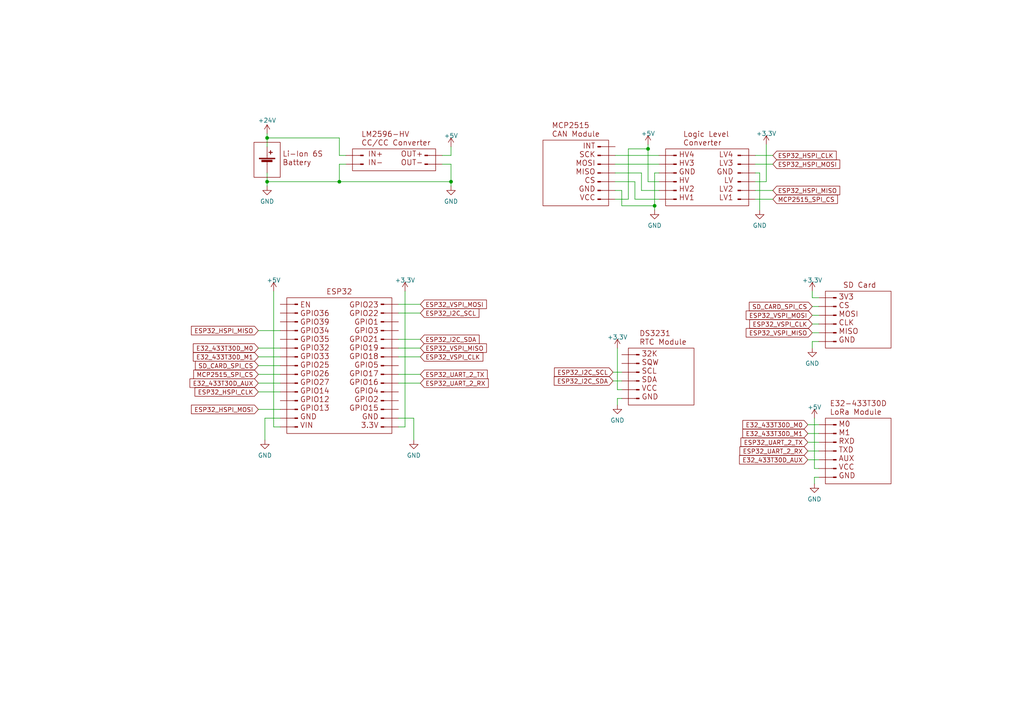
<source format=kicad_sch>
(kicad_sch (version 20230121) (generator eeschema)
  (paper "A4")
  (lib_symbols
    (symbol "Conn_01x02_Pin_1" (pin_numbers hide) (pin_names (offset 1.016) hide)
      (property "Reference" "J" (at 0 2.54 0))
      (property "Value" "Conn_01x02_Pin" (at 0 -5.08 0))
      (symbol "Conn_01x02_Pin_1_1_1"
        (polyline (pts (xy 1.27 -2.54) (xy 0.8636 -2.54)) (stroke (width 0.1524)))
        (polyline (pts (xy 1.27 0) (xy 0.8636 0)) (stroke (width 0.1524)))
        (rectangle (start 0.8636 -2.413) (end 0 -2.667) (stroke (width 0.1524)) (fill (type outline)))
        (rectangle (start 0.8636 0.127) (end 0 -0.127) (stroke (width 0.1524)) (fill (type outline)))
        (pin passive line (at 5.08 0 180) (length 3.81) (name "Pin_1") (number "1"))
        (pin passive line (at 5.08 -2.54 180) (length 3.81) (name "Pin_2") (number "2"))
      )
    )
    (symbol "Connector:Conn_01x02_Pin" (pin_numbers hide) (pin_names (offset 1.016) hide)
      (property "Reference" "J" (at 0 2.54 0))
      (property "Value" "Conn_01x02_Pin" (at 0 -5.08 0))
      (symbol "Conn_01x02_Pin_1_1"
        (polyline (pts (xy 1.27 -2.54) (xy 0.8636 -2.54)) (stroke (width 0.1524)))
        (polyline (pts (xy 1.27 0) (xy 0.8636 0)) (stroke (width 0.1524)))
        (rectangle (start 0.8636 -2.413) (end 0 -2.667) (stroke (width 0.1524)) (fill (type outline)))
        (rectangle (start 0.8636 0.127) (end 0 -0.127) (stroke (width 0.1524)) (fill (type outline)))
        (pin passive line (at 5.08 0 180) (length 3.81) (name "Pin_1") (number "1"))
        (pin passive line (at 5.08 -2.54 180) (length 3.81) (name "Pin_2") (number "2"))
      )
    )
    (symbol "Connector:Conn_01x06_Pin" (pin_numbers hide) (pin_names (offset 1.016) hide)
      (property "Reference" "J" (at 0 7.62 0))
      (property "Value" "Conn_01x06_Pin" (at 0 -10.16 0))
      (symbol "Conn_01x06_Pin_1_1"
        (polyline (pts (xy 1.27 -7.62) (xy 0.8636 -7.62)) (stroke (width 0.1524)))
        (polyline (pts (xy 1.27 -5.08) (xy 0.8636 -5.08)) (stroke (width 0.1524)))
        (polyline (pts (xy 1.27 -2.54) (xy 0.8636 -2.54)) (stroke (width 0.1524)))
        (polyline (pts (xy 1.27 0) (xy 0.8636 0)) (stroke (width 0.1524)))
        (polyline (pts (xy 1.27 2.54) (xy 0.8636 2.54)) (stroke (width 0.1524)))
        (polyline (pts (xy 1.27 5.08) (xy 0.8636 5.08)) (stroke (width 0.1524)))
        (rectangle (start 0.8636 -7.493) (end 0 -7.747) (stroke (width 0.1524)) (fill (type outline)))
        (rectangle (start 0.8636 -4.953) (end 0 -5.207) (stroke (width 0.1524)) (fill (type outline)))
        (rectangle (start 0.8636 -2.413) (end 0 -2.667) (stroke (width 0.1524)) (fill (type outline)))
        (rectangle (start 0.8636 0.127) (end 0 -0.127) (stroke (width 0.1524)) (fill (type outline)))
        (rectangle (start 0.8636 2.667) (end 0 2.413) (stroke (width 0.1524)) (fill (type outline)))
        (rectangle (start 0.8636 5.207) (end 0 4.953) (stroke (width 0.1524)) (fill (type outline)))
        (pin passive line (at 5.08 5.08 180) (length 3.81) (name "Pin_1") (number "1"))
        (pin passive line (at 5.08 2.54 180) (length 3.81) (name "Pin_2") (number "2"))
        (pin passive line (at 5.08 0 180) (length 3.81) (name "Pin_3") (number "3"))
        (pin passive line (at 5.08 -2.54 180) (length 3.81) (name "Pin_4") (number "4"))
        (pin passive line (at 5.08 -5.08 180) (length 3.81) (name "Pin_5") (number "5"))
        (pin passive line (at 5.08 -7.62 180) (length 3.81) (name "Pin_6") (number "6"))
      )
    )
    (symbol "Connector:Conn_01x07_Pin" (pin_numbers hide) (pin_names (offset 1.016) hide)
      (property "Reference" "J" (at 0 10.16 0))
      (property "Value" "Conn_01x07_Pin" (at 0 -10.16 0))
      (symbol "Conn_01x07_Pin_1_1"
        (polyline (pts (xy 1.27 -7.62) (xy 0.8636 -7.62)) (stroke (width 0.1524)))
        (polyline (pts (xy 1.27 -5.08) (xy 0.8636 -5.08)) (stroke (width 0.1524)))
        (polyline (pts (xy 1.27 -2.54) (xy 0.8636 -2.54)) (stroke (width 0.1524)))
        (polyline (pts (xy 1.27 0) (xy 0.8636 0)) (stroke (width 0.1524)))
        (polyline (pts (xy 1.27 2.54) (xy 0.8636 2.54)) (stroke (width 0.1524)))
        (polyline (pts (xy 1.27 5.08) (xy 0.8636 5.08)) (stroke (width 0.1524)))
        (polyline (pts (xy 1.27 7.62) (xy 0.8636 7.62)) (stroke (width 0.1524)))
        (rectangle (start 0.8636 -7.493) (end 0 -7.747) (stroke (width 0.1524)) (fill (type outline)))
        (rectangle (start 0.8636 -4.953) (end 0 -5.207) (stroke (width 0.1524)) (fill (type outline)))
        (rectangle (start 0.8636 -2.413) (end 0 -2.667) (stroke (width 0.1524)) (fill (type outline)))
        (rectangle (start 0.8636 0.127) (end 0 -0.127) (stroke (width 0.1524)) (fill (type outline)))
        (rectangle (start 0.8636 2.667) (end 0 2.413) (stroke (width 0.1524)) (fill (type outline)))
        (rectangle (start 0.8636 5.207) (end 0 4.953) (stroke (width 0.1524)) (fill (type outline)))
        (rectangle (start 0.8636 7.747) (end 0 7.493) (stroke (width 0.1524)) (fill (type outline)))
        (pin passive line (at 5.08 7.62 180) (length 3.81) (name "Pin_1") (number "1"))
        (pin passive line (at 5.08 5.08 180) (length 3.81) (name "Pin_2") (number "2"))
        (pin passive line (at 5.08 2.54 180) (length 3.81) (name "Pin_3") (number "3"))
        (pin passive line (at 5.08 0 180) (length 3.81) (name "Pin_4") (number "4"))
        (pin passive line (at 5.08 -2.54 180) (length 3.81) (name "Pin_5") (number "5"))
        (pin passive line (at 5.08 -5.08 180) (length 3.81) (name "Pin_6") (number "6"))
        (pin passive line (at 5.08 -7.62 180) (length 3.81) (name "Pin_7") (number "7"))
      )
    )
    (symbol "Connector:Conn_01x15_Pin" (pin_numbers hide) (pin_names (offset 1.016) hide)
      (property "Reference" "J" (at 0 20.32 0))
      (property "Value" "Conn_01x15_Pin" (at 0 -20.32 0))
      (symbol "Conn_01x15_Pin_1_1"
        (polyline (pts (xy 1.27 -17.78) (xy 0.8636 -17.78)) (stroke (width 0.1524)))
        (polyline (pts (xy 1.27 -15.24) (xy 0.8636 -15.24)) (stroke (width 0.1524)))
        (polyline (pts (xy 1.27 -12.7) (xy 0.8636 -12.7)) (stroke (width 0.1524)))
        (polyline (pts (xy 1.27 -10.16) (xy 0.8636 -10.16)) (stroke (width 0.1524)))
        (polyline (pts (xy 1.27 -7.62) (xy 0.8636 -7.62)) (stroke (width 0.1524)))
        (polyline (pts (xy 1.27 -5.08) (xy 0.8636 -5.08)) (stroke (width 0.1524)))
        (polyline (pts (xy 1.27 -2.54) (xy 0.8636 -2.54)) (stroke (width 0.1524)))
        (polyline (pts (xy 1.27 0) (xy 0.8636 0)) (stroke (width 0.1524)))
        (polyline (pts (xy 1.27 2.54) (xy 0.8636 2.54)) (stroke (width 0.1524)))
        (polyline (pts (xy 1.27 5.08) (xy 0.8636 5.08)) (stroke (width 0.1524)))
        (polyline (pts (xy 1.27 7.62) (xy 0.8636 7.62)) (stroke (width 0.1524)))
        (polyline (pts (xy 1.27 10.16) (xy 0.8636 10.16)) (stroke (width 0.1524)))
        (polyline (pts (xy 1.27 12.7) (xy 0.8636 12.7)) (stroke (width 0.1524)))
        (polyline (pts (xy 1.27 15.24) (xy 0.8636 15.24)) (stroke (width 0.1524)))
        (polyline (pts (xy 1.27 17.78) (xy 0.8636 17.78)) (stroke (width 0.1524)))
        (rectangle (start 0.8636 -17.653) (end 0 -17.907) (stroke (width 0.1524)) (fill (type outline)))
        (rectangle (start 0.8636 -15.113) (end 0 -15.367) (stroke (width 0.1524)) (fill (type outline)))
        (rectangle (start 0.8636 -12.573) (end 0 -12.827) (stroke (width 0.1524)) (fill (type outline)))
        (rectangle (start 0.8636 -10.033) (end 0 -10.287) (stroke (width 0.1524)) (fill (type outline)))
        (rectangle (start 0.8636 -7.493) (end 0 -7.747) (stroke (width 0.1524)) (fill (type outline)))
        (rectangle (start 0.8636 -4.953) (end 0 -5.207) (stroke (width 0.1524)) (fill (type outline)))
        (rectangle (start 0.8636 -2.413) (end 0 -2.667) (stroke (width 0.1524)) (fill (type outline)))
        (rectangle (start 0.8636 0.127) (end 0 -0.127) (stroke (width 0.1524)) (fill (type outline)))
        (rectangle (start 0.8636 2.667) (end 0 2.413) (stroke (width 0.1524)) (fill (type outline)))
        (rectangle (start 0.8636 5.207) (end 0 4.953) (stroke (width 0.1524)) (fill (type outline)))
        (rectangle (start 0.8636 7.747) (end 0 7.493) (stroke (width 0.1524)) (fill (type outline)))
        (rectangle (start 0.8636 10.287) (end 0 10.033) (stroke (width 0.1524)) (fill (type outline)))
        (rectangle (start 0.8636 12.827) (end 0 12.573) (stroke (width 0.1524)) (fill (type outline)))
        (rectangle (start 0.8636 15.367) (end 0 15.113) (stroke (width 0.1524)) (fill (type outline)))
        (rectangle (start 0.8636 17.907) (end 0 17.653) (stroke (width 0.1524)) (fill (type outline)))
        (pin passive line (at 5.08 17.78 180) (length 3.81) (name "Pin_1") (number "1"))
        (pin passive line (at 5.08 -5.08 180) (length 3.81) (name "Pin_10") (number "10"))
        (pin passive line (at 5.08 -7.62 180) (length 3.81) (name "Pin_11") (number "11"))
        (pin passive line (at 5.08 -10.16 180) (length 3.81) (name "Pin_12") (number "12"))
        (pin passive line (at 5.08 -12.7 180) (length 3.81) (name "Pin_13") (number "13"))
        (pin passive line (at 5.08 -15.24 180) (length 3.81) (name "Pin_14") (number "14"))
        (pin passive line (at 5.08 -17.78 180) (length 3.81) (name "Pin_15") (number "15"))
        (pin passive line (at 5.08 15.24 180) (length 3.81) (name "Pin_2") (number "2"))
        (pin passive line (at 5.08 12.7 180) (length 3.81) (name "Pin_3") (number "3"))
        (pin passive line (at 5.08 10.16 180) (length 3.81) (name "Pin_4") (number "4"))
        (pin passive line (at 5.08 7.62 180) (length 3.81) (name "Pin_5") (number "5"))
        (pin passive line (at 5.08 5.08 180) (length 3.81) (name "Pin_6") (number "6"))
        (pin passive line (at 5.08 2.54 180) (length 3.81) (name "Pin_7") (number "7"))
        (pin passive line (at 5.08 0 180) (length 3.81) (name "Pin_8") (number "8"))
        (pin passive line (at 5.08 -2.54 180) (length 3.81) (name "Pin_9") (number "9"))
      )
    )
    (symbol "Device:Battery_Cell" (pin_numbers hide) (pin_names (offset 0) hide)
      (property "Reference" "BT" (at 2.54 2.54 0))
      (property "Value" "Battery_Cell" (at 2.54 0 0))
      (symbol "Battery_Cell_0_1"
        (rectangle (start -2.286 1.778) (end 2.286 1.524) (fill (type outline)))
        (rectangle (start -1.5748 1.1938) (end 1.4732 0.6858) (fill (type outline)))
        (polyline (pts (xy 0 0.762) (xy 0 0)))
        (polyline (pts (xy 0 1.778) (xy 0 2.54)))
        (polyline (pts (xy 0.508 3.429) (xy 1.524 3.429)) (stroke (width 0.254)))
        (polyline (pts (xy 1.016 3.937) (xy 1.016 2.921)) (stroke (width 0.254)))
      )
      (symbol "Battery_Cell_1_1"
        (pin passive line (at 0 5.08 270) (length 2.54) (name "+") (number "1"))
        (pin passive line (at 0 -2.54 90) (length 2.54) (name "-") (number "2"))
      )
    )
    (symbol "power:+24V" (power) (pin_names (offset 0))
      (property "Value" "+24V" (at 0 3.556 0))
      (symbol "+24V_0_1"
        (polyline (pts (xy -0.762 1.27) (xy 0 2.54)))
        (polyline (pts (xy 0 0) (xy 0 2.54)))
        (polyline (pts (xy 0 2.54) (xy 0.762 1.27)))
      )
      (symbol "+24V_1_1"
        (pin power_in line (at 0 0 90) (length 0) hide (name "+24V") (number "1"))
      )
    )
    (symbol "power:+3.3V" (power) (pin_names (offset 0))
      (property "Value" "+3.3V" (at 0 3.556 0))
      (symbol "+3.3V_0_1"
        (polyline (pts (xy -0.762 1.27) (xy 0 2.54)))
        (polyline (pts (xy 0 0) (xy 0 2.54)))
        (polyline (pts (xy 0 2.54) (xy 0.762 1.27)))
      )
      (symbol "+3.3V_1_1"
        (pin power_in line (at 0 0 90) (length 0) hide (name "+3.3V") (number "1"))
      )
    )
    (symbol "power:+5V" (power) (pin_names (offset 0))
      (property "Value" "+5V" (at 0 3.556 0))
      (symbol "+5V_0_1"
        (polyline (pts (xy -0.762 1.27) (xy 0 2.54)))
        (polyline (pts (xy 0 0) (xy 0 2.54)))
        (polyline (pts (xy 0 2.54) (xy 0.762 1.27)))
      )
      (symbol "+5V_1_1"
        (pin power_in line (at 0 0 90) (length 0) hide (name "+5V") (number "1"))
      )
    )
    (symbol "power:GND" (power) (pin_names (offset 0))
      (property "Value" "GND" (at 0 -3.81 0))
      (symbol "GND_0_1"
        (polyline (pts (xy 0 0) (xy 0 -1.27) (xy 1.27 -1.27) (xy 0 -2.54) (xy -1.27 -1.27) (xy 0 -1.27)))
      )
      (symbol "GND_1_1"
        (pin power_in line (at 0 0 270) (length 0) hide (name "GND") (number "1"))
      )
    )
  )
  (junction (at 130.81 52.705))
  (junction (at 98.425 52.705))
  (junction (at 187.96 43.18))
  (junction (at 77.47 40.005))
  (junction (at 189.865 59.69))
  (junction (at 77.47 52.705))
  (wire (pts (xy 189.865 50.165) (xy 189.865 59.69)))
  (wire (pts (xy 74.93 118.745) (xy 81.28 118.745)))
  (wire (pts (xy 130.81 52.705) (xy 98.425 52.705)))
  (wire (pts (xy 186.055 50.165) (xy 186.055 55.245)))
  (wire (pts (xy 220.345 50.165) (xy 219.075 50.165)))
  (wire (pts (xy 235.585 93.98) (xy 237.49 93.98)))
  (wire (pts (xy 178.435 57.785) (xy 182.245 57.785)))
  (wire (pts (xy 77.47 40.005) (xy 77.47 42.545)))
  (wire (pts (xy 180.34 59.69) (xy 189.865 59.69)))
  (wire (pts (xy 74.93 111.125) (xy 81.28 111.125)))
  (wire (pts (xy 235.585 88.9) (xy 237.49 88.9)))
  (wire (pts (xy 98.425 52.705) (xy 77.47 52.705)))
  (wire (pts (xy 98.425 40.005) (xy 77.47 40.005)))
  (wire (pts (xy 222.25 52.705) (xy 222.25 41.91)))
  (wire (pts (xy 234.315 125.73) (xy 237.49 125.73)))
  (wire (pts (xy 236.22 138.43) (xy 237.49 138.43)))
  (wire (pts (xy 77.47 38.735) (xy 77.47 40.005)))
  (wire (pts (xy 178.435 55.245) (xy 180.34 55.245)))
  (wire (pts (xy 186.055 55.245) (xy 191.135 55.245)))
  (wire (pts (xy 236.22 135.89) (xy 236.22 121.285)))
  (wire (pts (xy 222.25 52.705) (xy 219.075 52.705)))
  (wire (pts (xy 189.865 50.165) (xy 191.135 50.165)))
  (wire (pts (xy 182.245 57.785) (xy 182.245 43.18)))
  (wire (pts (xy 184.15 52.705) (xy 184.15 57.785)))
  (wire (pts (xy 74.93 103.505) (xy 81.28 103.505)))
  (wire (pts (xy 236.22 140.335) (xy 236.22 138.43)))
  (wire (pts (xy 235.585 96.52) (xy 237.49 96.52)))
  (wire (pts (xy 115.57 90.805) (xy 121.92 90.805)))
  (wire (pts (xy 178.435 52.705) (xy 184.15 52.705)))
  (wire (pts (xy 189.865 59.69) (xy 189.865 60.96)))
  (wire (pts (xy 77.47 52.705) (xy 77.47 53.975)))
  (wire (pts (xy 74.93 100.965) (xy 81.28 100.965)))
  (wire (pts (xy 177.8 107.95) (xy 180.34 107.95)))
  (wire (pts (xy 77.47 50.165) (xy 77.47 52.705)))
  (wire (pts (xy 130.81 52.705) (xy 130.81 53.975)))
  (wire (pts (xy 219.075 47.625) (xy 224.155 47.625)))
  (wire (pts (xy 179.07 115.57) (xy 180.34 115.57)))
  (wire (pts (xy 115.57 103.505) (xy 121.92 103.505)))
  (wire (pts (xy 74.93 108.585) (xy 81.28 108.585)))
  (wire (pts (xy 178.435 45.085) (xy 191.135 45.085)))
  (wire (pts (xy 187.96 41.91) (xy 187.96 43.18)))
  (wire (pts (xy 98.425 47.625) (xy 98.425 52.705)))
  (wire (pts (xy 219.075 45.085) (xy 224.155 45.085)))
  (wire (pts (xy 117.475 123.825) (xy 117.475 84.455)))
  (wire (pts (xy 115.57 88.265) (xy 121.92 88.265)))
  (wire (pts (xy 179.07 113.03) (xy 179.07 100.965)))
  (wire (pts (xy 235.585 84.455) (xy 235.585 86.36)))
  (wire (pts (xy 98.425 45.085) (xy 98.425 40.005)))
  (wire (pts (xy 235.585 100.965) (xy 235.585 99.06)))
  (wire (pts (xy 235.585 86.36) (xy 237.49 86.36)))
  (wire (pts (xy 81.28 123.825) (xy 79.375 123.825)))
  (wire (pts (xy 234.315 133.35) (xy 237.49 133.35)))
  (wire (pts (xy 234.315 128.27) (xy 237.49 128.27)))
  (wire (pts (xy 115.57 98.425) (xy 121.92 98.425)))
  (wire (pts (xy 81.28 121.285) (xy 76.835 121.285)))
  (wire (pts (xy 178.435 47.625) (xy 191.135 47.625)))
  (wire (pts (xy 115.57 121.285) (xy 120.015 121.285)))
  (wire (pts (xy 128.27 47.625) (xy 130.81 47.625)))
  (wire (pts (xy 120.015 121.285) (xy 120.015 127.635)))
  (wire (pts (xy 180.34 55.245) (xy 180.34 59.69)))
  (wire (pts (xy 236.22 135.89) (xy 237.49 135.89)))
  (wire (pts (xy 234.315 130.81) (xy 237.49 130.81)))
  (wire (pts (xy 74.93 95.885) (xy 81.28 95.885)))
  (wire (pts (xy 128.27 45.085) (xy 130.81 45.085)))
  (wire (pts (xy 130.81 47.625) (xy 130.81 52.705)))
  (wire (pts (xy 235.585 99.06) (xy 237.49 99.06)))
  (wire (pts (xy 74.93 113.665) (xy 81.28 113.665)))
  (wire (pts (xy 178.435 50.165) (xy 186.055 50.165)))
  (wire (pts (xy 234.315 123.19) (xy 237.49 123.19)))
  (wire (pts (xy 219.075 57.785) (xy 224.155 57.785)))
  (wire (pts (xy 100.33 47.625) (xy 98.425 47.625)))
  (wire (pts (xy 235.585 91.44) (xy 237.49 91.44)))
  (wire (pts (xy 180.34 113.03) (xy 179.07 113.03)))
  (wire (pts (xy 187.96 52.705) (xy 191.135 52.705)))
  (wire (pts (xy 187.96 43.18) (xy 187.96 52.705)))
  (wire (pts (xy 74.93 106.045) (xy 81.28 106.045)))
  (wire (pts (xy 130.81 45.085) (xy 130.81 42.545)))
  (wire (pts (xy 115.57 100.965) (xy 121.92 100.965)))
  (wire (pts (xy 79.375 123.825) (xy 79.375 84.455)))
  (wire (pts (xy 182.245 43.18) (xy 187.96 43.18)))
  (wire (pts (xy 115.57 123.825) (xy 117.475 123.825)))
  (wire (pts (xy 115.57 108.585) (xy 121.92 108.585)))
  (wire (pts (xy 179.07 115.57) (xy 179.07 117.475)))
  (wire (pts (xy 184.15 57.785) (xy 191.135 57.785)))
  (wire (pts (xy 219.075 55.245) (xy 224.155 55.245)))
  (wire (pts (xy 177.8 110.49) (xy 180.34 110.49)))
  (wire (pts (xy 76.835 121.285) (xy 76.835 127.635)))
  (wire (pts (xy 220.345 50.165) (xy 220.345 60.96)))
  (wire (pts (xy 100.33 45.085) (xy 98.425 45.085)))
  (wire (pts (xy 115.57 111.125) (xy 121.92 111.125)))
  (rectangle (start 182.245 100.965) (end 201.295 117.475) (stroke (width 0) (color 132 0 0 1)))
  (rectangle (start 239.395 84.455) (end 258.445 100.965) (stroke (width 0) (color 132 0 0 1)))
  (rectangle (start 157.48 40.64) (end 176.53 59.69) (stroke (width 0) (color 132 0 0 1)))
  (rectangle (start 73.66 41.275) (end 81.28 51.435) (stroke (width 0) (color 132 0 0 1)))
  (rectangle (start 239.395 121.285) (end 258.445 140.335) (stroke (width 0) (color 132 0 0 1)))
  (rectangle (start 83.185 86.36) (end 113.665 125.73) (stroke (width 0) (color 132 0 0 1)))
  (rectangle (start 102.235 43.18) (end 126.365 49.53) (stroke (width 0) (color 132 0 0 1)))
  (rectangle (start 193.04 43.18) (end 217.17 59.69) (stroke (width 0) (color 132 0 0 1)))
  (text "IN+\nIN-" (at 106.68 48.26 0) (effects (font (size 1.55 1.55)) (justify left bottom)))
  (text "HV4\nHV3\nGND\nHV\nHV2\nHV1" (at 196.85 58.42 0) (effects (font (size 1.55 1.55)) (justify left bottom)))
  (text "OUT+\nOUT-" (at 116.205 48.26 0) (effects (font (size 1.55 1.55)) (justify left bottom)))
  (text "ESP32" (at 94.615 85.725 0) (effects (font (size 1.55 1.55)) (justify left bottom)))
  (text "MCP2515\nCAN Module" (at 160.02 40.005 0) (effects (font (size 1.55 1.55)) (justify left bottom)))
  (text "Logic Level\nConverter" (at 198.12 42.545 0) (effects (font (size 1.55 1.55)) (justify left bottom)))
  (text "32K\nSQW\nSCL\nSDA\nVCC\nGND" (at 186.055 116.205 0) (effects (font (size 1.55 1.55)) (justify left bottom)))
  (text "3V3\nCS\nMOSI\nCLK\nMISO\nGND" (at 243.205 99.695 0) (effects (font (size 1.55 1.55)) (justify left bottom)))
  (text "LM2596-HV\nCC/CC Converter" (at 104.775 42.545 0) (effects (font (size 1.55 1.55)) (justify left bottom)))
  (text "Li-Ion 6S\nBattery" (at 81.915 48.26 0) (effects (font (size 1.55 1.55)) (justify left bottom)))
  (text "DS3231\nRTC Module" (at 185.42 100.33 0) (effects (font (size 1.55 1.55)) (justify left bottom)))
  (text "LV4\nLV3\nGND\nLV\nLV2\nLV1" (at 212.725 58.42 0) (effects (font (size 1.55 1.55)) (justify right bottom)))
  (text "SD Card" (at 244.475 83.82 0) (effects (font (size 1.55 1.55)) (justify left bottom)))
  (text "GPIO23\nGPIO22\nGPIO1\nGPIO3\nGPIO21\nGPIO19\nGPIO18\nGPIO5\nGPIO17\nGPIO16\nGPIO4\nGPIO2\nGPIO15\nGND\n3.3V" (at 109.855 124.46 0) (effects (font (size 1.55 1.55)) (justify right bottom)))
  (text "EN\nGPIO36\nGPIO39\nGPIO34\nGPIO35\nGPIO32\nGPIO33\nGPIO25\nGPIO26\nGPIO27\nGPIO14\nGPIO12\nGPIO13\nGND\nVIN" (at 86.995 124.46 0) (effects (font (size 1.55 1.55)) (justify left bottom)))
  (text "M0\nM1\nRXD\nTXD\nAUX\nVCC\nGND" (at 243.205 139.065 0) (effects (font (size 1.55 1.55)) (justify left bottom)))
  (text "E32-433T30D\nLoRa Module" (at 240.665 120.65 0) (effects (font (size 1.55 1.55)) (justify left bottom)))
  (text "INT\nSCK\nMOSI\nMISO\nCS\nGND\nVCC" (at 172.72 58.42 0) (effects (font (size 1.55 1.55)) (justify right bottom)))
  (global_label "ESP32_I2C_SDA" (shape input) (at 177.8 110.49 180) (property "Intersheetrefs" "${INTERSHEET_REFS}" (effects hide)))
  (global_label "E32_433T30D_AUX" (shape input) (at 74.93 111.125 180) (property "Intersheetrefs" "${INTERSHEET_REFS}" (effects hide)))
  (global_label "ESP32_UART_2_RX" (shape input) (at 234.315 130.81 180) (property "Intersheetrefs" "${INTERSHEET_REFS}" (effects hide)))
  (global_label "ESP32_VSPI_MOSI" (shape input) (at 121.92 88.265 0) (property "Intersheetrefs" "${INTERSHEET_REFS}" (effects hide)))
  (global_label "E32_433T30D_M0" (shape input) (at 234.315 123.19 180) (property "Intersheetrefs" "${INTERSHEET_REFS}" (effects hide)))
  (global_label "ESP32_VSPI_MISO" (shape input) (at 235.585 96.52 180) (property "Intersheetrefs" "${INTERSHEET_REFS}" (effects hide)))
  (global_label "SD_CARD_SPI_CS" (shape input) (at 74.93 106.045 180) (property "Intersheetrefs" "${INTERSHEET_REFS}" (effects hide)))
  (global_label "ESP32_HSPI_MOSI" (shape input) (at 74.93 118.745 180) (property "Intersheetrefs" "${INTERSHEET_REFS}" (effects hide)))
  (global_label "E32_433T30D_M0" (shape input) (at 74.93 100.965 180) (property "Intersheetrefs" "${INTERSHEET_REFS}" (effects hide)))
  (global_label "ESP32_HSPI_MOSI" (shape input) (at 224.155 47.625 0) (property "Intersheetrefs" "${INTERSHEET_REFS}" (effects hide)))
  (global_label "ESP32_VSPI_MISO" (shape input) (at 121.92 100.965 0) (property "Intersheetrefs" "${INTERSHEET_REFS}" (effects hide)))
  (global_label "ESP32_HSPI_MISO" (shape input) (at 74.93 95.885 180) (property "Intersheetrefs" "${INTERSHEET_REFS}" (effects hide)))
  (global_label "E32_433T30D_AUX" (shape input) (at 234.315 133.35 180) (property "Intersheetrefs" "${INTERSHEET_REFS}" (effects hide)))
  (global_label "ESP32_VSPI_MOSI" (shape input) (at 235.585 91.44 180) (property "Intersheetrefs" "${INTERSHEET_REFS}" (effects hide)))
  (global_label "ESP32_HSPI_MISO" (shape input) (at 224.155 55.245 0) (property "Intersheetrefs" "${INTERSHEET_REFS}" (effects hide)))
  (global_label "ESP32_UART_2_TX" (shape input) (at 121.92 108.585 0) (property "Intersheetrefs" "${INTERSHEET_REFS}" (effects hide)))
  (global_label "ESP32_VSPI_CLK" (shape input) (at 121.92 103.505 0) (property "Intersheetrefs" "${INTERSHEET_REFS}" (effects hide)))
  (global_label "SD_CARD_SPI_CS" (shape input) (at 235.585 88.9 180) (property "Intersheetrefs" "${INTERSHEET_REFS}" (effects hide)))
  (global_label "ESP32_I2C_SCL" (shape input) (at 121.92 90.805 0) (property "Intersheetrefs" "${INTERSHEET_REFS}" (effects hide)))
  (global_label "ESP32_UART_2_RX" (shape input) (at 121.92 111.125 0) (property "Intersheetrefs" "${INTERSHEET_REFS}" (effects hide)))
  (global_label "ESP32_I2C_SDA" (shape input) (at 121.92 98.425 0) (property "Intersheetrefs" "${INTERSHEET_REFS}" (effects hide)))
  (global_label "MCP2515_SPI_CS" (shape input) (at 224.155 57.785 0) (property "Intersheetrefs" "${INTERSHEET_REFS}" (effects hide)))
  (global_label "ESP32_UART_2_TX" (shape input) (at 234.315 128.27 180) (property "Intersheetrefs" "${INTERSHEET_REFS}" (effects hide)))
  (global_label "E32_433T30D_M1" (shape input) (at 74.93 103.505 180) (property "Intersheetrefs" "${INTERSHEET_REFS}" (effects hide)))
  (global_label "MCP2515_SPI_CS" (shape input) (at 74.93 108.585 180) (property "Intersheetrefs" "${INTERSHEET_REFS}" (effects hide)))
  (global_label "ESP32_HSPI_CLK" (shape input) (at 224.155 45.085 0) (property "Intersheetrefs" "${INTERSHEET_REFS}" (effects hide)))
  (global_label "ESP32_VSPI_CLK" (shape input) (at 235.585 93.98 180) (property "Intersheetrefs" "${INTERSHEET_REFS}" (effects hide)))
  (global_label "E32_433T30D_M1" (shape input) (at 234.315 125.73 180) (property "Intersheetrefs" "${INTERSHEET_REFS}" (effects hide)))
  (global_label "ESP32_HSPI_CLK" (shape input) (at 74.93 113.665 180) (property "Intersheetrefs" "${INTERSHEET_REFS}" (effects hide)))
  (global_label "ESP32_I2C_SCL" (shape input) (at 177.8 107.95 180) (property "Intersheetrefs" "${INTERSHEET_REFS}" (effects hide)))
  (symbol (lib_id "power:GND") (at 130.81 53.975 0) (unit 1)
    (property "Reference" "#PWR08" (effects hide))
    (property "Value" "GND" (at 130.81 58.42 0))
  )
  (symbol (lib_id "power:GND") (at 236.22 140.335 0) (unit 1)
    (property "Reference" "#PWR018" (effects hide))
    (property "Value" "GND" (at 236.22 144.78 0))
  )
  (symbol (lib_id "power:GND") (at 76.835 127.635 0) (unit 1)
    (property "Reference" "#PWR01" (effects hide))
    (property "Value" "GND" (at 76.835 132.08 0))
  )
  (symbol (lib_id "power:GND") (at 220.345 60.96 0) (unit 1)
    (property "Reference" "#PWR013" (effects hide))
    (property "Value" "GND" (at 220.345 65.405 0))
  )
  (symbol (lib_id "power:+24V") (at 77.47 38.735 0) (unit 1)
    (property "Reference" "#PWR02" (effects hide))
    (property "Value" "+24V" (at 77.47 34.925 0))
  )
  (symbol (lib_id "Connector:Conn_01x06_Pin") (at 196.215 52.705 180) (unit 1)
    (property "Reference" "J7" (effects hide))
    (property "Value" "Conn_01x06_Pin" (effects hide))
    (property "Footprint" "Connector_PinHeader_2.54mm:PinHeader_1x06_P2.54mm_Vertical" (effects hide))
  )
  (symbol (lib_id "power:+3.3V") (at 117.475 84.455 0) (unit 1)
    (property "Reference" "#PWR05" (effects hide))
    (property "Value" "+3.3V" (at 117.475 81.28 0))
  )
  (symbol (lib_id "Connector:Conn_01x07_Pin") (at 242.57 130.81 180) (unit 1)
    (property "Reference" "J10" (effects hide))
    (property "Value" "Conn_01x07_Pin" (effects hide))
    (property "Footprint" "Connector_PinSocket_2.54mm:PinSocket_1x07_P2.54mm_Vertical" (effects hide))
  )
  (symbol (lib_id "power:GND") (at 179.07 117.475 0) (unit 1)
    (property "Reference" "#PWR010" (effects hide))
    (property "Value" "GND" (at 179.07 121.92 0))
  )
  (symbol (lib_id "power:+5V") (at 236.22 121.285 0) (unit 1)
    (property "Reference" "#PWR017" (effects hide))
    (property "Value" "+5V" (at 236.22 118.11 0))
  )
  (symbol (lib_id "power:+5V") (at 79.375 84.455 0) (unit 1)
    (property "Reference" "#PWR04" (effects hide))
    (property "Value" "+5V" (at 79.375 81.28 0))
  )
  (symbol (lib_id "power:+3.3V") (at 222.25 41.91 0) (unit 1)
    (property "Reference" "#PWR014" (effects hide))
    (property "Value" "+3.3V" (at 222.25 38.735 0))
  )
  (symbol (lib_id "power:+3.3V") (at 179.07 100.965 0) (unit 1)
    (property "Reference" "#PWR09" (effects hide))
    (property "Value" "+3.3V" (at 179.07 97.79 0))
  )
  (symbol (lib_id "power:+5V") (at 187.96 41.91 0) (unit 1)
    (property "Reference" "#PWR011" (effects hide))
    (property "Value" "+5V" (at 187.96 38.735 0))
  )
  (symbol (lib_id "Device:Battery_Cell") (at 77.47 47.625 0) (unit 1)
    (property "Reference" "BT1" (effects hide))
    (property "Value" "Li-Ion 6S Battery" (effects hide))
    (property "Footprint" "Connector_PinHeader_2.54mm:PinHeader_1x02_P2.54mm_Vertical" (effects hide))
  )
  (symbol (lib_id "Connector:Conn_01x15_Pin") (at 86.36 106.045 180) (unit 1)
    (property "Reference" "J1" (effects hide))
    (property "Value" "Conn_01x15_Pin" (effects hide))
    (property "Footprint" "Connector_PinHeader_2.54mm:PinHeader_1x15_P2.54mm_Vertical" (effects hide))
  )
  (symbol (lib_id "Connector:Conn_01x06_Pin") (at 242.57 93.98 180) (unit 1)
    (property "Reference" "J9" (effects hide))
    (property "Value" "Conn_01x06_Pin" (effects hide))
    (property "Footprint" "Connector_PinHeader_2.54mm:PinHeader_1x06_P2.54mm_Vertical" (effects hide))
  )
  (symbol (lib_id "power:GND") (at 120.015 127.635 0) (unit 1)
    (property "Reference" "#PWR06" (effects hide))
    (property "Value" "GND" (at 120.015 132.08 0))
  )
  (symbol (lib_id "power:+3.3V") (at 235.585 84.455 0) (unit 1)
    (property "Reference" "#PWR015" (effects hide))
    (property "Value" "+3.3V" (at 235.585 81.28 0))
  )
  (symbol (lib_name "Conn_01x02_Pin_1") (lib_id "Connector:Conn_01x02_Pin") (at 105.41 47.625 180) (unit 1)
    (property "Reference" "J2" (effects hide))
    (property "Value" "Conn_01x02_Pin" (effects hide))
    (property "Footprint" "Connector_PinHeader_2.54mm:PinHeader_1x02_P2.54mm_Vertical" (effects hide))
  )
  (symbol (lib_id "power:GND") (at 235.585 100.965 0) (unit 1)
    (property "Reference" "#PWR016" (effects hide))
    (property "Value" "GND" (at 235.585 105.41 0))
  )
  (symbol (lib_id "power:GND") (at 77.47 53.975 0) (unit 1)
    (property "Reference" "#PWR03" (effects hide))
    (property "Value" "GND" (at 77.47 58.42 0))
  )
  (symbol (lib_id "Connector:Conn_01x06_Pin") (at 213.995 50.165 0) (unit 1)
    (property "Reference" "J8" (effects hide))
    (property "Value" "Conn_01x06_Pin" (effects hide))
    (property "Footprint" "Connector_PinHeader_2.54mm:PinHeader_1x06_P2.54mm_Vertical" (effects hide))
  )
  (symbol (lib_id "Connector:Conn_01x02_Pin") (at 123.19 45.085 0) (unit 1)
    (property "Reference" "J4" (effects hide))
    (property "Value" "Conn_01x02_Pin" (effects hide))
    (property "Footprint" "Connector_PinHeader_2.54mm:PinHeader_1x02_P2.54mm_Vertical" (effects hide))
  )
  (symbol (lib_id "Connector:Conn_01x07_Pin") (at 173.355 50.165 0) (unit 1)
    (property "Reference" "J5" (effects hide))
    (property "Value" "Conn_01x07_Pin" (effects hide))
    (property "Footprint" "Connector_PinSocket_2.54mm:PinSocket_1x07_P2.54mm_Vertical" (effects hide))
  )
  (symbol (lib_id "power:GND") (at 189.865 60.96 0) (unit 1)
    (property "Reference" "#PWR012" (effects hide))
    (property "Value" "GND" (at 189.865 65.405 0))
  )
  (symbol (lib_id "Connector:Conn_01x15_Pin") (at 110.49 106.045 0) (unit 1)
    (property "Reference" "J3" (effects hide))
    (property "Value" "Conn_01x15_Pin" (effects hide))
    (property "Footprint" "Connector_PinHeader_2.54mm:PinHeader_1x15_P2.54mm_Vertical" (effects hide))
  )
  (symbol (lib_id "power:+5V") (at 130.81 42.545 0) (unit 1)
    (property "Reference" "#PWR07" (effects hide))
    (property "Value" "+5V" (at 130.81 39.37 0))
  )
  (symbol (lib_id "Connector:Conn_01x06_Pin") (at 185.42 110.49 180) (unit 1)
    (property "Reference" "J6" (effects hide))
    (property "Value" "Conn_01x06_Pin" (effects hide))
    (property "Footprint" "Connector_PinHeader_2.54mm:PinHeader_1x06_P2.54mm_Vertical" (effects hide))
  )
)
</source>
